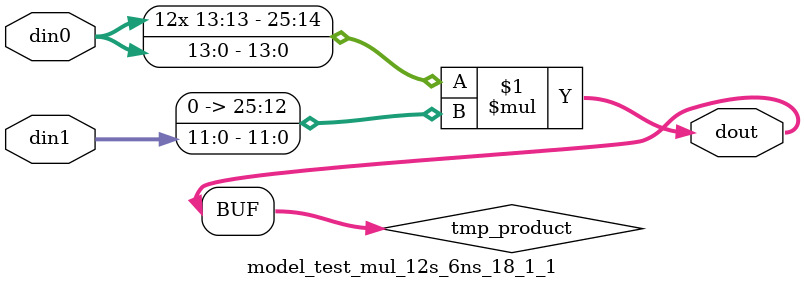
<source format=v>

`timescale 1 ns / 1 ps

  module model_test_mul_12s_6ns_18_1_1(din0, din1, dout);
parameter ID = 1;
parameter NUM_STAGE = 0;
parameter din0_WIDTH = 14;
parameter din1_WIDTH = 12;
parameter dout_WIDTH = 26;

input [din0_WIDTH - 1 : 0] din0; 
input [din1_WIDTH - 1 : 0] din1; 
output [dout_WIDTH - 1 : 0] dout;

wire signed [dout_WIDTH - 1 : 0] tmp_product;












assign tmp_product = $signed(din0) * $signed({1'b0, din1});









assign dout = tmp_product;







endmodule

</source>
